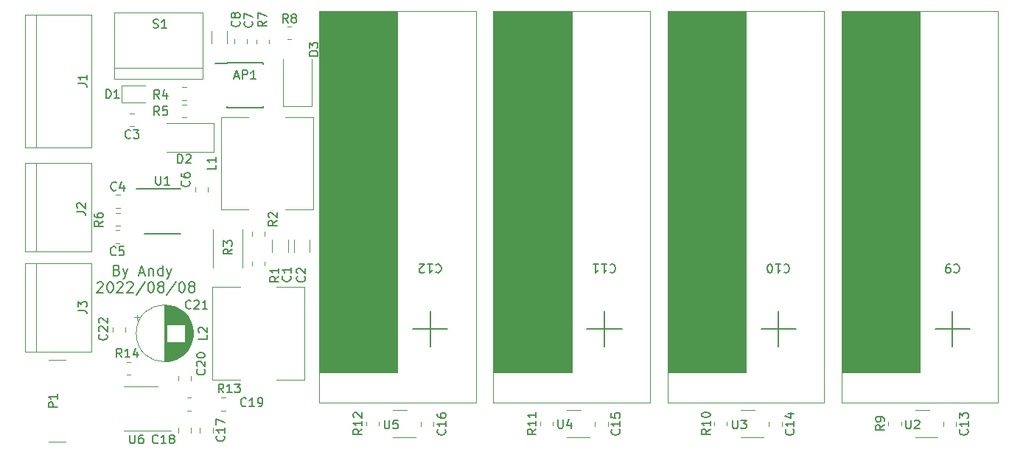
<source format=gbr>
%TF.GenerationSoftware,KiCad,Pcbnew,(6.0.7)*%
%TF.CreationDate,2022-08-08T03:52:41+08:00*%
%TF.ProjectId,Solar Charger,536f6c61-7220-4436-9861-726765722e6b,rev?*%
%TF.SameCoordinates,Original*%
%TF.FileFunction,Legend,Top*%
%TF.FilePolarity,Positive*%
%FSLAX46Y46*%
G04 Gerber Fmt 4.6, Leading zero omitted, Abs format (unit mm)*
G04 Created by KiCad (PCBNEW (6.0.7)) date 2022-08-08 03:52:41*
%MOMM*%
%LPD*%
G01*
G04 APERTURE LIST*
%ADD10C,0.150000*%
%ADD11C,0.120000*%
%ADD12C,0.200000*%
G04 APERTURE END LIST*
D10*
X84757142Y-86248285D02*
X84928571Y-86305428D01*
X84985714Y-86362571D01*
X85042857Y-86476857D01*
X85042857Y-86648285D01*
X84985714Y-86762571D01*
X84928571Y-86819714D01*
X84814285Y-86876857D01*
X84357142Y-86876857D01*
X84357142Y-85676857D01*
X84757142Y-85676857D01*
X84871428Y-85734000D01*
X84928571Y-85791142D01*
X84985714Y-85905428D01*
X84985714Y-86019714D01*
X84928571Y-86134000D01*
X84871428Y-86191142D01*
X84757142Y-86248285D01*
X84357142Y-86248285D01*
X85442857Y-86076857D02*
X85728571Y-86876857D01*
X86014285Y-86076857D02*
X85728571Y-86876857D01*
X85614285Y-87162571D01*
X85557142Y-87219714D01*
X85442857Y-87276857D01*
X87328571Y-86534000D02*
X87900000Y-86534000D01*
X87214285Y-86876857D02*
X87614285Y-85676857D01*
X88014285Y-86876857D01*
X88414285Y-86076857D02*
X88414285Y-86876857D01*
X88414285Y-86191142D02*
X88471428Y-86134000D01*
X88585714Y-86076857D01*
X88757142Y-86076857D01*
X88871428Y-86134000D01*
X88928571Y-86248285D01*
X88928571Y-86876857D01*
X90014285Y-86876857D02*
X90014285Y-85676857D01*
X90014285Y-86819714D02*
X89900000Y-86876857D01*
X89671428Y-86876857D01*
X89557142Y-86819714D01*
X89500000Y-86762571D01*
X89442857Y-86648285D01*
X89442857Y-86305428D01*
X89500000Y-86191142D01*
X89557142Y-86134000D01*
X89671428Y-86076857D01*
X89900000Y-86076857D01*
X90014285Y-86134000D01*
X90471428Y-86076857D02*
X90757142Y-86876857D01*
X91042857Y-86076857D02*
X90757142Y-86876857D01*
X90642857Y-87162571D01*
X90585714Y-87219714D01*
X90471428Y-87276857D01*
X82500000Y-87723142D02*
X82557142Y-87666000D01*
X82671428Y-87608857D01*
X82957142Y-87608857D01*
X83071428Y-87666000D01*
X83128571Y-87723142D01*
X83185714Y-87837428D01*
X83185714Y-87951714D01*
X83128571Y-88123142D01*
X82442857Y-88808857D01*
X83185714Y-88808857D01*
X83928571Y-87608857D02*
X84042857Y-87608857D01*
X84157142Y-87666000D01*
X84214285Y-87723142D01*
X84271428Y-87837428D01*
X84328571Y-88066000D01*
X84328571Y-88351714D01*
X84271428Y-88580285D01*
X84214285Y-88694571D01*
X84157142Y-88751714D01*
X84042857Y-88808857D01*
X83928571Y-88808857D01*
X83814285Y-88751714D01*
X83757142Y-88694571D01*
X83700000Y-88580285D01*
X83642857Y-88351714D01*
X83642857Y-88066000D01*
X83700000Y-87837428D01*
X83757142Y-87723142D01*
X83814285Y-87666000D01*
X83928571Y-87608857D01*
X84785714Y-87723142D02*
X84842857Y-87666000D01*
X84957142Y-87608857D01*
X85242857Y-87608857D01*
X85357142Y-87666000D01*
X85414285Y-87723142D01*
X85471428Y-87837428D01*
X85471428Y-87951714D01*
X85414285Y-88123142D01*
X84728571Y-88808857D01*
X85471428Y-88808857D01*
X85928571Y-87723142D02*
X85985714Y-87666000D01*
X86100000Y-87608857D01*
X86385714Y-87608857D01*
X86500000Y-87666000D01*
X86557142Y-87723142D01*
X86614285Y-87837428D01*
X86614285Y-87951714D01*
X86557142Y-88123142D01*
X85871428Y-88808857D01*
X86614285Y-88808857D01*
X87985714Y-87551714D02*
X86957142Y-89094571D01*
X88614285Y-87608857D02*
X88728571Y-87608857D01*
X88842857Y-87666000D01*
X88900000Y-87723142D01*
X88957142Y-87837428D01*
X89014285Y-88066000D01*
X89014285Y-88351714D01*
X88957142Y-88580285D01*
X88900000Y-88694571D01*
X88842857Y-88751714D01*
X88728571Y-88808857D01*
X88614285Y-88808857D01*
X88500000Y-88751714D01*
X88442857Y-88694571D01*
X88385714Y-88580285D01*
X88328571Y-88351714D01*
X88328571Y-88066000D01*
X88385714Y-87837428D01*
X88442857Y-87723142D01*
X88500000Y-87666000D01*
X88614285Y-87608857D01*
X89700000Y-88123142D02*
X89585714Y-88066000D01*
X89528571Y-88008857D01*
X89471428Y-87894571D01*
X89471428Y-87837428D01*
X89528571Y-87723142D01*
X89585714Y-87666000D01*
X89700000Y-87608857D01*
X89928571Y-87608857D01*
X90042857Y-87666000D01*
X90100000Y-87723142D01*
X90157142Y-87837428D01*
X90157142Y-87894571D01*
X90100000Y-88008857D01*
X90042857Y-88066000D01*
X89928571Y-88123142D01*
X89700000Y-88123142D01*
X89585714Y-88180285D01*
X89528571Y-88237428D01*
X89471428Y-88351714D01*
X89471428Y-88580285D01*
X89528571Y-88694571D01*
X89585714Y-88751714D01*
X89700000Y-88808857D01*
X89928571Y-88808857D01*
X90042857Y-88751714D01*
X90100000Y-88694571D01*
X90157142Y-88580285D01*
X90157142Y-88351714D01*
X90100000Y-88237428D01*
X90042857Y-88180285D01*
X89928571Y-88123142D01*
X91528571Y-87551714D02*
X90500000Y-89094571D01*
X92157142Y-87608857D02*
X92271428Y-87608857D01*
X92385714Y-87666000D01*
X92442857Y-87723142D01*
X92500000Y-87837428D01*
X92557142Y-88066000D01*
X92557142Y-88351714D01*
X92500000Y-88580285D01*
X92442857Y-88694571D01*
X92385714Y-88751714D01*
X92271428Y-88808857D01*
X92157142Y-88808857D01*
X92042857Y-88751714D01*
X91985714Y-88694571D01*
X91928571Y-88580285D01*
X91871428Y-88351714D01*
X91871428Y-88066000D01*
X91928571Y-87837428D01*
X91985714Y-87723142D01*
X92042857Y-87666000D01*
X92157142Y-87608857D01*
X93242857Y-88123142D02*
X93128571Y-88066000D01*
X93071428Y-88008857D01*
X93014285Y-87894571D01*
X93014285Y-87837428D01*
X93071428Y-87723142D01*
X93128571Y-87666000D01*
X93242857Y-87608857D01*
X93471428Y-87608857D01*
X93585714Y-87666000D01*
X93642857Y-87723142D01*
X93700000Y-87837428D01*
X93700000Y-87894571D01*
X93642857Y-88008857D01*
X93585714Y-88066000D01*
X93471428Y-88123142D01*
X93242857Y-88123142D01*
X93128571Y-88180285D01*
X93071428Y-88237428D01*
X93014285Y-88351714D01*
X93014285Y-88580285D01*
X93071428Y-88694571D01*
X93128571Y-88751714D01*
X93242857Y-88808857D01*
X93471428Y-88808857D01*
X93585714Y-88751714D01*
X93642857Y-88694571D01*
X93700000Y-88580285D01*
X93700000Y-88351714D01*
X93642857Y-88237428D01*
X93585714Y-88180285D01*
X93471428Y-88123142D01*
%TO.C,R13*%
X97007142Y-100302380D02*
X96673809Y-99826190D01*
X96435714Y-100302380D02*
X96435714Y-99302380D01*
X96816666Y-99302380D01*
X96911904Y-99350000D01*
X96959523Y-99397619D01*
X97007142Y-99492857D01*
X97007142Y-99635714D01*
X96959523Y-99730952D01*
X96911904Y-99778571D01*
X96816666Y-99826190D01*
X96435714Y-99826190D01*
X97959523Y-100302380D02*
X97388095Y-100302380D01*
X97673809Y-100302380D02*
X97673809Y-99302380D01*
X97578571Y-99445238D01*
X97483333Y-99540476D01*
X97388095Y-99588095D01*
X98292857Y-99302380D02*
X98911904Y-99302380D01*
X98578571Y-99683333D01*
X98721428Y-99683333D01*
X98816666Y-99730952D01*
X98864285Y-99778571D01*
X98911904Y-99873809D01*
X98911904Y-100111904D01*
X98864285Y-100207142D01*
X98816666Y-100254761D01*
X98721428Y-100302380D01*
X98435714Y-100302380D01*
X98340476Y-100254761D01*
X98292857Y-100207142D01*
%TO.C,C14*%
X162449642Y-104542857D02*
X162497261Y-104590476D01*
X162544880Y-104733333D01*
X162544880Y-104828571D01*
X162497261Y-104971428D01*
X162402023Y-105066666D01*
X162306785Y-105114285D01*
X162116309Y-105161904D01*
X161973452Y-105161904D01*
X161782976Y-105114285D01*
X161687738Y-105066666D01*
X161592500Y-104971428D01*
X161544880Y-104828571D01*
X161544880Y-104733333D01*
X161592500Y-104590476D01*
X161640119Y-104542857D01*
X162544880Y-103590476D02*
X162544880Y-104161904D01*
X162544880Y-103876190D02*
X161544880Y-103876190D01*
X161687738Y-103971428D01*
X161782976Y-104066666D01*
X161830595Y-104161904D01*
X161878214Y-102733333D02*
X162544880Y-102733333D01*
X161497261Y-102971428D02*
X162211547Y-103209523D01*
X162211547Y-102590476D01*
%TO.C,C15*%
X142449642Y-104542857D02*
X142497261Y-104590476D01*
X142544880Y-104733333D01*
X142544880Y-104828571D01*
X142497261Y-104971428D01*
X142402023Y-105066666D01*
X142306785Y-105114285D01*
X142116309Y-105161904D01*
X141973452Y-105161904D01*
X141782976Y-105114285D01*
X141687738Y-105066666D01*
X141592500Y-104971428D01*
X141544880Y-104828571D01*
X141544880Y-104733333D01*
X141592500Y-104590476D01*
X141640119Y-104542857D01*
X142544880Y-103590476D02*
X142544880Y-104161904D01*
X142544880Y-103876190D02*
X141544880Y-103876190D01*
X141687738Y-103971428D01*
X141782976Y-104066666D01*
X141830595Y-104161904D01*
X141544880Y-102685714D02*
X141544880Y-103161904D01*
X142021071Y-103209523D01*
X141973452Y-103161904D01*
X141925833Y-103066666D01*
X141925833Y-102828571D01*
X141973452Y-102733333D01*
X142021071Y-102685714D01*
X142116309Y-102638095D01*
X142354404Y-102638095D01*
X142449642Y-102685714D01*
X142497261Y-102733333D01*
X142544880Y-102828571D01*
X142544880Y-103066666D01*
X142497261Y-103161904D01*
X142449642Y-103209523D01*
%TO.C,U6*%
X86238095Y-105152380D02*
X86238095Y-105961904D01*
X86285714Y-106057142D01*
X86333333Y-106104761D01*
X86428571Y-106152380D01*
X86619047Y-106152380D01*
X86714285Y-106104761D01*
X86761904Y-106057142D01*
X86809523Y-105961904D01*
X86809523Y-105152380D01*
X87714285Y-105152380D02*
X87523809Y-105152380D01*
X87428571Y-105200000D01*
X87380952Y-105247619D01*
X87285714Y-105390476D01*
X87238095Y-105580952D01*
X87238095Y-105961904D01*
X87285714Y-106057142D01*
X87333333Y-106104761D01*
X87428571Y-106152380D01*
X87619047Y-106152380D01*
X87714285Y-106104761D01*
X87761904Y-106057142D01*
X87809523Y-105961904D01*
X87809523Y-105723809D01*
X87761904Y-105628571D01*
X87714285Y-105580952D01*
X87619047Y-105533333D01*
X87428571Y-105533333D01*
X87333333Y-105580952D01*
X87285714Y-105628571D01*
X87238095Y-105723809D01*
%TO.C,R2*%
X103152380Y-80566666D02*
X102676190Y-80900000D01*
X103152380Y-81138095D02*
X102152380Y-81138095D01*
X102152380Y-80757142D01*
X102200000Y-80661904D01*
X102247619Y-80614285D01*
X102342857Y-80566666D01*
X102485714Y-80566666D01*
X102580952Y-80614285D01*
X102628571Y-80661904D01*
X102676190Y-80757142D01*
X102676190Y-81138095D01*
X102247619Y-80185714D02*
X102200000Y-80138095D01*
X102152380Y-80042857D01*
X102152380Y-79804761D01*
X102200000Y-79709523D01*
X102247619Y-79661904D01*
X102342857Y-79614285D01*
X102438095Y-79614285D01*
X102580952Y-79661904D01*
X103152380Y-80233333D01*
X103152380Y-79614285D01*
%TO.C,C10*%
X161392857Y-85642857D02*
X161440476Y-85595238D01*
X161583333Y-85547619D01*
X161678571Y-85547619D01*
X161821428Y-85595238D01*
X161916666Y-85690476D01*
X161964285Y-85785714D01*
X162011904Y-85976190D01*
X162011904Y-86119047D01*
X161964285Y-86309523D01*
X161916666Y-86404761D01*
X161821428Y-86500000D01*
X161678571Y-86547619D01*
X161583333Y-86547619D01*
X161440476Y-86500000D01*
X161392857Y-86452380D01*
X160440476Y-85547619D02*
X161011904Y-85547619D01*
X160726190Y-85547619D02*
X160726190Y-86547619D01*
X160821428Y-86404761D01*
X160916666Y-86309523D01*
X161011904Y-86261904D01*
X159821428Y-86547619D02*
X159726190Y-86547619D01*
X159630952Y-86500000D01*
X159583333Y-86452380D01*
X159535714Y-86357142D01*
X159488095Y-86166666D01*
X159488095Y-85928571D01*
X159535714Y-85738095D01*
X159583333Y-85642857D01*
X159630952Y-85595238D01*
X159726190Y-85547619D01*
X159821428Y-85547619D01*
X159916666Y-85595238D01*
X159964285Y-85642857D01*
X160011904Y-85738095D01*
X160059523Y-85928571D01*
X160059523Y-86166666D01*
X160011904Y-86357142D01*
X159964285Y-86452380D01*
X159916666Y-86500000D01*
X159821428Y-86547619D01*
%TO.C,J2*%
X80152380Y-79533333D02*
X80866666Y-79533333D01*
X81009523Y-79580952D01*
X81104761Y-79676190D01*
X81152380Y-79819047D01*
X81152380Y-79914285D01*
X80247619Y-79104761D02*
X80200000Y-79057142D01*
X80152380Y-78961904D01*
X80152380Y-78723809D01*
X80200000Y-78628571D01*
X80247619Y-78580952D01*
X80342857Y-78533333D01*
X80438095Y-78533333D01*
X80580952Y-78580952D01*
X81152380Y-79152380D01*
X81152380Y-78533333D01*
%TO.C,C11*%
X141392857Y-85642857D02*
X141440476Y-85595238D01*
X141583333Y-85547619D01*
X141678571Y-85547619D01*
X141821428Y-85595238D01*
X141916666Y-85690476D01*
X141964285Y-85785714D01*
X142011904Y-85976190D01*
X142011904Y-86119047D01*
X141964285Y-86309523D01*
X141916666Y-86404761D01*
X141821428Y-86500000D01*
X141678571Y-86547619D01*
X141583333Y-86547619D01*
X141440476Y-86500000D01*
X141392857Y-86452380D01*
X140440476Y-85547619D02*
X141011904Y-85547619D01*
X140726190Y-85547619D02*
X140726190Y-86547619D01*
X140821428Y-86404761D01*
X140916666Y-86309523D01*
X141011904Y-86261904D01*
X139488095Y-85547619D02*
X140059523Y-85547619D01*
X139773809Y-85547619D02*
X139773809Y-86547619D01*
X139869047Y-86404761D01*
X139964285Y-86309523D01*
X140059523Y-86261904D01*
%TO.C,R3*%
X98002380Y-83816666D02*
X97526190Y-84150000D01*
X98002380Y-84388095D02*
X97002380Y-84388095D01*
X97002380Y-84007142D01*
X97050000Y-83911904D01*
X97097619Y-83864285D01*
X97192857Y-83816666D01*
X97335714Y-83816666D01*
X97430952Y-83864285D01*
X97478571Y-83911904D01*
X97526190Y-84007142D01*
X97526190Y-84388095D01*
X97002380Y-83483333D02*
X97002380Y-82864285D01*
X97383333Y-83197619D01*
X97383333Y-83054761D01*
X97430952Y-82959523D01*
X97478571Y-82911904D01*
X97573809Y-82864285D01*
X97811904Y-82864285D01*
X97907142Y-82911904D01*
X97954761Y-82959523D01*
X98002380Y-83054761D01*
X98002380Y-83340476D01*
X97954761Y-83435714D01*
X97907142Y-83483333D01*
%TO.C,U2*%
X175388095Y-103452380D02*
X175388095Y-104261904D01*
X175435714Y-104357142D01*
X175483333Y-104404761D01*
X175578571Y-104452380D01*
X175769047Y-104452380D01*
X175864285Y-104404761D01*
X175911904Y-104357142D01*
X175959523Y-104261904D01*
X175959523Y-103452380D01*
X176388095Y-103547619D02*
X176435714Y-103500000D01*
X176530952Y-103452380D01*
X176769047Y-103452380D01*
X176864285Y-103500000D01*
X176911904Y-103547619D01*
X176959523Y-103642857D01*
X176959523Y-103738095D01*
X176911904Y-103880952D01*
X176340476Y-104452380D01*
X176959523Y-104452380D01*
%TO.C,U3*%
X155488095Y-103452380D02*
X155488095Y-104261904D01*
X155535714Y-104357142D01*
X155583333Y-104404761D01*
X155678571Y-104452380D01*
X155869047Y-104452380D01*
X155964285Y-104404761D01*
X156011904Y-104357142D01*
X156059523Y-104261904D01*
X156059523Y-103452380D01*
X156440476Y-103452380D02*
X157059523Y-103452380D01*
X156726190Y-103833333D01*
X156869047Y-103833333D01*
X156964285Y-103880952D01*
X157011904Y-103928571D01*
X157059523Y-104023809D01*
X157059523Y-104261904D01*
X157011904Y-104357142D01*
X156964285Y-104404761D01*
X156869047Y-104452380D01*
X156583333Y-104452380D01*
X156488095Y-104404761D01*
X156440476Y-104357142D01*
%TO.C,C19*%
X99607142Y-101807142D02*
X99559523Y-101854761D01*
X99416666Y-101902380D01*
X99321428Y-101902380D01*
X99178571Y-101854761D01*
X99083333Y-101759523D01*
X99035714Y-101664285D01*
X98988095Y-101473809D01*
X98988095Y-101330952D01*
X99035714Y-101140476D01*
X99083333Y-101045238D01*
X99178571Y-100950000D01*
X99321428Y-100902380D01*
X99416666Y-100902380D01*
X99559523Y-100950000D01*
X99607142Y-100997619D01*
X100559523Y-101902380D02*
X99988095Y-101902380D01*
X100273809Y-101902380D02*
X100273809Y-100902380D01*
X100178571Y-101045238D01*
X100083333Y-101140476D01*
X99988095Y-101188095D01*
X101035714Y-101902380D02*
X101226190Y-101902380D01*
X101321428Y-101854761D01*
X101369047Y-101807142D01*
X101464285Y-101664285D01*
X101511904Y-101473809D01*
X101511904Y-101092857D01*
X101464285Y-100997619D01*
X101416666Y-100950000D01*
X101321428Y-100902380D01*
X101130952Y-100902380D01*
X101035714Y-100950000D01*
X100988095Y-100997619D01*
X100940476Y-101092857D01*
X100940476Y-101330952D01*
X100988095Y-101426190D01*
X101035714Y-101473809D01*
X101130952Y-101521428D01*
X101321428Y-101521428D01*
X101416666Y-101473809D01*
X101464285Y-101426190D01*
X101511904Y-101330952D01*
%TO.C,R6*%
X83152380Y-80616666D02*
X82676190Y-80950000D01*
X83152380Y-81188095D02*
X82152380Y-81188095D01*
X82152380Y-80807142D01*
X82200000Y-80711904D01*
X82247619Y-80664285D01*
X82342857Y-80616666D01*
X82485714Y-80616666D01*
X82580952Y-80664285D01*
X82628571Y-80711904D01*
X82676190Y-80807142D01*
X82676190Y-81188095D01*
X82152380Y-79759523D02*
X82152380Y-79950000D01*
X82200000Y-80045238D01*
X82247619Y-80092857D01*
X82390476Y-80188095D01*
X82580952Y-80235714D01*
X82961904Y-80235714D01*
X83057142Y-80188095D01*
X83104761Y-80140476D01*
X83152380Y-80045238D01*
X83152380Y-79854761D01*
X83104761Y-79759523D01*
X83057142Y-79711904D01*
X82961904Y-79664285D01*
X82723809Y-79664285D01*
X82628571Y-79711904D01*
X82580952Y-79759523D01*
X82533333Y-79854761D01*
X82533333Y-80045238D01*
X82580952Y-80140476D01*
X82628571Y-80188095D01*
X82723809Y-80235714D01*
%TO.C,R10*%
X152914880Y-104492857D02*
X152438690Y-104826190D01*
X152914880Y-105064285D02*
X151914880Y-105064285D01*
X151914880Y-104683333D01*
X151962500Y-104588095D01*
X152010119Y-104540476D01*
X152105357Y-104492857D01*
X152248214Y-104492857D01*
X152343452Y-104540476D01*
X152391071Y-104588095D01*
X152438690Y-104683333D01*
X152438690Y-105064285D01*
X152914880Y-103540476D02*
X152914880Y-104111904D01*
X152914880Y-103826190D02*
X151914880Y-103826190D01*
X152057738Y-103921428D01*
X152152976Y-104016666D01*
X152200595Y-104111904D01*
X151914880Y-102921428D02*
X151914880Y-102826190D01*
X151962500Y-102730952D01*
X152010119Y-102683333D01*
X152105357Y-102635714D01*
X152295833Y-102588095D01*
X152533928Y-102588095D01*
X152724404Y-102635714D01*
X152819642Y-102683333D01*
X152867261Y-102730952D01*
X152914880Y-102826190D01*
X152914880Y-102921428D01*
X152867261Y-103016666D01*
X152819642Y-103064285D01*
X152724404Y-103111904D01*
X152533928Y-103159523D01*
X152295833Y-103159523D01*
X152105357Y-103111904D01*
X152010119Y-103064285D01*
X151962500Y-103016666D01*
X151914880Y-102921428D01*
%TO.C,D2*%
X91761904Y-73952380D02*
X91761904Y-72952380D01*
X92000000Y-72952380D01*
X92142857Y-73000000D01*
X92238095Y-73095238D01*
X92285714Y-73190476D01*
X92333333Y-73380952D01*
X92333333Y-73523809D01*
X92285714Y-73714285D01*
X92238095Y-73809523D01*
X92142857Y-73904761D01*
X92000000Y-73952380D01*
X91761904Y-73952380D01*
X92714285Y-73047619D02*
X92761904Y-73000000D01*
X92857142Y-72952380D01*
X93095238Y-72952380D01*
X93190476Y-73000000D01*
X93238095Y-73047619D01*
X93285714Y-73142857D01*
X93285714Y-73238095D01*
X93238095Y-73380952D01*
X92666666Y-73952380D01*
X93285714Y-73952380D01*
%TO.C,L1*%
X96102380Y-74166666D02*
X96102380Y-74642857D01*
X95102380Y-74642857D01*
X96102380Y-73309523D02*
X96102380Y-73880952D01*
X96102380Y-73595238D02*
X95102380Y-73595238D01*
X95245238Y-73690476D01*
X95340476Y-73785714D01*
X95388095Y-73880952D01*
%TO.C,R12*%
X112914880Y-104492857D02*
X112438690Y-104826190D01*
X112914880Y-105064285D02*
X111914880Y-105064285D01*
X111914880Y-104683333D01*
X111962500Y-104588095D01*
X112010119Y-104540476D01*
X112105357Y-104492857D01*
X112248214Y-104492857D01*
X112343452Y-104540476D01*
X112391071Y-104588095D01*
X112438690Y-104683333D01*
X112438690Y-105064285D01*
X112914880Y-103540476D02*
X112914880Y-104111904D01*
X112914880Y-103826190D02*
X111914880Y-103826190D01*
X112057738Y-103921428D01*
X112152976Y-104016666D01*
X112200595Y-104111904D01*
X112010119Y-103159523D02*
X111962500Y-103111904D01*
X111914880Y-103016666D01*
X111914880Y-102778571D01*
X111962500Y-102683333D01*
X112010119Y-102635714D01*
X112105357Y-102588095D01*
X112200595Y-102588095D01*
X112343452Y-102635714D01*
X112914880Y-103207142D01*
X112914880Y-102588095D01*
%TO.C,C8*%
X98807142Y-57666666D02*
X98854761Y-57714285D01*
X98902380Y-57857142D01*
X98902380Y-57952380D01*
X98854761Y-58095238D01*
X98759523Y-58190476D01*
X98664285Y-58238095D01*
X98473809Y-58285714D01*
X98330952Y-58285714D01*
X98140476Y-58238095D01*
X98045238Y-58190476D01*
X97950000Y-58095238D01*
X97902380Y-57952380D01*
X97902380Y-57857142D01*
X97950000Y-57714285D01*
X97997619Y-57666666D01*
X98330952Y-57095238D02*
X98283333Y-57190476D01*
X98235714Y-57238095D01*
X98140476Y-57285714D01*
X98092857Y-57285714D01*
X97997619Y-57238095D01*
X97950000Y-57190476D01*
X97902380Y-57095238D01*
X97902380Y-56904761D01*
X97950000Y-56809523D01*
X97997619Y-56761904D01*
X98092857Y-56714285D01*
X98140476Y-56714285D01*
X98235714Y-56761904D01*
X98283333Y-56809523D01*
X98330952Y-56904761D01*
X98330952Y-57095238D01*
X98378571Y-57190476D01*
X98426190Y-57238095D01*
X98521428Y-57285714D01*
X98711904Y-57285714D01*
X98807142Y-57238095D01*
X98854761Y-57190476D01*
X98902380Y-57095238D01*
X98902380Y-56904761D01*
X98854761Y-56809523D01*
X98807142Y-56761904D01*
X98711904Y-56714285D01*
X98521428Y-56714285D01*
X98426190Y-56761904D01*
X98378571Y-56809523D01*
X98330952Y-56904761D01*
%TO.C,S1*%
X88938095Y-58404761D02*
X89080952Y-58452380D01*
X89319047Y-58452380D01*
X89414285Y-58404761D01*
X89461904Y-58357142D01*
X89509523Y-58261904D01*
X89509523Y-58166666D01*
X89461904Y-58071428D01*
X89414285Y-58023809D01*
X89319047Y-57976190D01*
X89128571Y-57928571D01*
X89033333Y-57880952D01*
X88985714Y-57833333D01*
X88938095Y-57738095D01*
X88938095Y-57642857D01*
X88985714Y-57547619D01*
X89033333Y-57500000D01*
X89128571Y-57452380D01*
X89366666Y-57452380D01*
X89509523Y-57500000D01*
X90461904Y-58452380D02*
X89890476Y-58452380D01*
X90176190Y-58452380D02*
X90176190Y-57452380D01*
X90080952Y-57595238D01*
X89985714Y-57690476D01*
X89890476Y-57738095D01*
%TO.C,C9*%
X180916666Y-85642857D02*
X180964285Y-85595238D01*
X181107142Y-85547619D01*
X181202380Y-85547619D01*
X181345238Y-85595238D01*
X181440476Y-85690476D01*
X181488095Y-85785714D01*
X181535714Y-85976190D01*
X181535714Y-86119047D01*
X181488095Y-86309523D01*
X181440476Y-86404761D01*
X181345238Y-86500000D01*
X181202380Y-86547619D01*
X181107142Y-86547619D01*
X180964285Y-86500000D01*
X180916666Y-86452380D01*
X180440476Y-85547619D02*
X180250000Y-85547619D01*
X180154761Y-85595238D01*
X180107142Y-85642857D01*
X180011904Y-85785714D01*
X179964285Y-85976190D01*
X179964285Y-86357142D01*
X180011904Y-86452380D01*
X180059523Y-86500000D01*
X180154761Y-86547619D01*
X180345238Y-86547619D01*
X180440476Y-86500000D01*
X180488095Y-86452380D01*
X180535714Y-86357142D01*
X180535714Y-86119047D01*
X180488095Y-86023809D01*
X180440476Y-85976190D01*
X180345238Y-85928571D01*
X180154761Y-85928571D01*
X180059523Y-85976190D01*
X180011904Y-86023809D01*
X179964285Y-86119047D01*
%TO.C,C5*%
X84633333Y-84457142D02*
X84585714Y-84504761D01*
X84442857Y-84552380D01*
X84347619Y-84552380D01*
X84204761Y-84504761D01*
X84109523Y-84409523D01*
X84061904Y-84314285D01*
X84014285Y-84123809D01*
X84014285Y-83980952D01*
X84061904Y-83790476D01*
X84109523Y-83695238D01*
X84204761Y-83600000D01*
X84347619Y-83552380D01*
X84442857Y-83552380D01*
X84585714Y-83600000D01*
X84633333Y-83647619D01*
X85538095Y-83552380D02*
X85061904Y-83552380D01*
X85014285Y-84028571D01*
X85061904Y-83980952D01*
X85157142Y-83933333D01*
X85395238Y-83933333D01*
X85490476Y-83980952D01*
X85538095Y-84028571D01*
X85585714Y-84123809D01*
X85585714Y-84361904D01*
X85538095Y-84457142D01*
X85490476Y-84504761D01*
X85395238Y-84552380D01*
X85157142Y-84552380D01*
X85061904Y-84504761D01*
X85014285Y-84457142D01*
%TO.C,C7*%
X100257142Y-57716666D02*
X100304761Y-57764285D01*
X100352380Y-57907142D01*
X100352380Y-58002380D01*
X100304761Y-58145238D01*
X100209523Y-58240476D01*
X100114285Y-58288095D01*
X99923809Y-58335714D01*
X99780952Y-58335714D01*
X99590476Y-58288095D01*
X99495238Y-58240476D01*
X99400000Y-58145238D01*
X99352380Y-58002380D01*
X99352380Y-57907142D01*
X99400000Y-57764285D01*
X99447619Y-57716666D01*
X99352380Y-57383333D02*
X99352380Y-56716666D01*
X100352380Y-57145238D01*
%TO.C,L2*%
X95102380Y-93666666D02*
X95102380Y-94142857D01*
X94102380Y-94142857D01*
X94197619Y-93380952D02*
X94150000Y-93333333D01*
X94102380Y-93238095D01*
X94102380Y-93000000D01*
X94150000Y-92904761D01*
X94197619Y-92857142D01*
X94292857Y-92809523D01*
X94388095Y-92809523D01*
X94530952Y-92857142D01*
X95102380Y-93428571D01*
X95102380Y-92809523D01*
%TO.C,C18*%
X89457142Y-106057142D02*
X89409523Y-106104761D01*
X89266666Y-106152380D01*
X89171428Y-106152380D01*
X89028571Y-106104761D01*
X88933333Y-106009523D01*
X88885714Y-105914285D01*
X88838095Y-105723809D01*
X88838095Y-105580952D01*
X88885714Y-105390476D01*
X88933333Y-105295238D01*
X89028571Y-105200000D01*
X89171428Y-105152380D01*
X89266666Y-105152380D01*
X89409523Y-105200000D01*
X89457142Y-105247619D01*
X90409523Y-106152380D02*
X89838095Y-106152380D01*
X90123809Y-106152380D02*
X90123809Y-105152380D01*
X90028571Y-105295238D01*
X89933333Y-105390476D01*
X89838095Y-105438095D01*
X90980952Y-105580952D02*
X90885714Y-105533333D01*
X90838095Y-105485714D01*
X90790476Y-105390476D01*
X90790476Y-105342857D01*
X90838095Y-105247619D01*
X90885714Y-105200000D01*
X90980952Y-105152380D01*
X91171428Y-105152380D01*
X91266666Y-105200000D01*
X91314285Y-105247619D01*
X91361904Y-105342857D01*
X91361904Y-105390476D01*
X91314285Y-105485714D01*
X91266666Y-105533333D01*
X91171428Y-105580952D01*
X90980952Y-105580952D01*
X90885714Y-105628571D01*
X90838095Y-105676190D01*
X90790476Y-105771428D01*
X90790476Y-105961904D01*
X90838095Y-106057142D01*
X90885714Y-106104761D01*
X90980952Y-106152380D01*
X91171428Y-106152380D01*
X91266666Y-106104761D01*
X91314285Y-106057142D01*
X91361904Y-105961904D01*
X91361904Y-105771428D01*
X91314285Y-105676190D01*
X91266666Y-105628571D01*
X91171428Y-105580952D01*
%TO.C,C1*%
X104657142Y-86916666D02*
X104704761Y-86964285D01*
X104752380Y-87107142D01*
X104752380Y-87202380D01*
X104704761Y-87345238D01*
X104609523Y-87440476D01*
X104514285Y-87488095D01*
X104323809Y-87535714D01*
X104180952Y-87535714D01*
X103990476Y-87488095D01*
X103895238Y-87440476D01*
X103800000Y-87345238D01*
X103752380Y-87202380D01*
X103752380Y-87107142D01*
X103800000Y-86964285D01*
X103847619Y-86916666D01*
X104752380Y-85964285D02*
X104752380Y-86535714D01*
X104752380Y-86250000D02*
X103752380Y-86250000D01*
X103895238Y-86345238D01*
X103990476Y-86440476D01*
X104038095Y-86535714D01*
%TO.C,U4*%
X135438095Y-103402380D02*
X135438095Y-104211904D01*
X135485714Y-104307142D01*
X135533333Y-104354761D01*
X135628571Y-104402380D01*
X135819047Y-104402380D01*
X135914285Y-104354761D01*
X135961904Y-104307142D01*
X136009523Y-104211904D01*
X136009523Y-103402380D01*
X136914285Y-103735714D02*
X136914285Y-104402380D01*
X136676190Y-103354761D02*
X136438095Y-104069047D01*
X137057142Y-104069047D01*
%TO.C,AP1*%
X98285714Y-64016666D02*
X98761904Y-64016666D01*
X98190476Y-64302380D02*
X98523809Y-63302380D01*
X98857142Y-64302380D01*
X99190476Y-64302380D02*
X99190476Y-63302380D01*
X99571428Y-63302380D01*
X99666666Y-63350000D01*
X99714285Y-63397619D01*
X99761904Y-63492857D01*
X99761904Y-63635714D01*
X99714285Y-63730952D01*
X99666666Y-63778571D01*
X99571428Y-63826190D01*
X99190476Y-63826190D01*
X100714285Y-64302380D02*
X100142857Y-64302380D01*
X100428571Y-64302380D02*
X100428571Y-63302380D01*
X100333333Y-63445238D01*
X100238095Y-63540476D01*
X100142857Y-63588095D01*
%TO.C,C21*%
X93257142Y-90607142D02*
X93209523Y-90654761D01*
X93066666Y-90702380D01*
X92971428Y-90702380D01*
X92828571Y-90654761D01*
X92733333Y-90559523D01*
X92685714Y-90464285D01*
X92638095Y-90273809D01*
X92638095Y-90130952D01*
X92685714Y-89940476D01*
X92733333Y-89845238D01*
X92828571Y-89750000D01*
X92971428Y-89702380D01*
X93066666Y-89702380D01*
X93209523Y-89750000D01*
X93257142Y-89797619D01*
X93638095Y-89797619D02*
X93685714Y-89750000D01*
X93780952Y-89702380D01*
X94019047Y-89702380D01*
X94114285Y-89750000D01*
X94161904Y-89797619D01*
X94209523Y-89892857D01*
X94209523Y-89988095D01*
X94161904Y-90130952D01*
X93590476Y-90702380D01*
X94209523Y-90702380D01*
X95161904Y-90702380D02*
X94590476Y-90702380D01*
X94876190Y-90702380D02*
X94876190Y-89702380D01*
X94780952Y-89845238D01*
X94685714Y-89940476D01*
X94590476Y-89988095D01*
%TO.C,C20*%
X94807142Y-97642857D02*
X94854761Y-97690476D01*
X94902380Y-97833333D01*
X94902380Y-97928571D01*
X94854761Y-98071428D01*
X94759523Y-98166666D01*
X94664285Y-98214285D01*
X94473809Y-98261904D01*
X94330952Y-98261904D01*
X94140476Y-98214285D01*
X94045238Y-98166666D01*
X93950000Y-98071428D01*
X93902380Y-97928571D01*
X93902380Y-97833333D01*
X93950000Y-97690476D01*
X93997619Y-97642857D01*
X93997619Y-97261904D02*
X93950000Y-97214285D01*
X93902380Y-97119047D01*
X93902380Y-96880952D01*
X93950000Y-96785714D01*
X93997619Y-96738095D01*
X94092857Y-96690476D01*
X94188095Y-96690476D01*
X94330952Y-96738095D01*
X94902380Y-97309523D01*
X94902380Y-96690476D01*
X93902380Y-96071428D02*
X93902380Y-95976190D01*
X93950000Y-95880952D01*
X93997619Y-95833333D01*
X94092857Y-95785714D01*
X94283333Y-95738095D01*
X94521428Y-95738095D01*
X94711904Y-95785714D01*
X94807142Y-95833333D01*
X94854761Y-95880952D01*
X94902380Y-95976190D01*
X94902380Y-96071428D01*
X94854761Y-96166666D01*
X94807142Y-96214285D01*
X94711904Y-96261904D01*
X94521428Y-96309523D01*
X94283333Y-96309523D01*
X94092857Y-96261904D01*
X93997619Y-96214285D01*
X93950000Y-96166666D01*
X93902380Y-96071428D01*
%TO.C,C16*%
X122449642Y-104542857D02*
X122497261Y-104590476D01*
X122544880Y-104733333D01*
X122544880Y-104828571D01*
X122497261Y-104971428D01*
X122402023Y-105066666D01*
X122306785Y-105114285D01*
X122116309Y-105161904D01*
X121973452Y-105161904D01*
X121782976Y-105114285D01*
X121687738Y-105066666D01*
X121592500Y-104971428D01*
X121544880Y-104828571D01*
X121544880Y-104733333D01*
X121592500Y-104590476D01*
X121640119Y-104542857D01*
X122544880Y-103590476D02*
X122544880Y-104161904D01*
X122544880Y-103876190D02*
X121544880Y-103876190D01*
X121687738Y-103971428D01*
X121782976Y-104066666D01*
X121830595Y-104161904D01*
X121544880Y-102733333D02*
X121544880Y-102923809D01*
X121592500Y-103019047D01*
X121640119Y-103066666D01*
X121782976Y-103161904D01*
X121973452Y-103209523D01*
X122354404Y-103209523D01*
X122449642Y-103161904D01*
X122497261Y-103114285D01*
X122544880Y-103019047D01*
X122544880Y-102828571D01*
X122497261Y-102733333D01*
X122449642Y-102685714D01*
X122354404Y-102638095D01*
X122116309Y-102638095D01*
X122021071Y-102685714D01*
X121973452Y-102733333D01*
X121925833Y-102828571D01*
X121925833Y-103019047D01*
X121973452Y-103114285D01*
X122021071Y-103161904D01*
X122116309Y-103209523D01*
%TO.C,R4*%
X89633333Y-66552380D02*
X89300000Y-66076190D01*
X89061904Y-66552380D02*
X89061904Y-65552380D01*
X89442857Y-65552380D01*
X89538095Y-65600000D01*
X89585714Y-65647619D01*
X89633333Y-65742857D01*
X89633333Y-65885714D01*
X89585714Y-65980952D01*
X89538095Y-66028571D01*
X89442857Y-66076190D01*
X89061904Y-66076190D01*
X90490476Y-65885714D02*
X90490476Y-66552380D01*
X90252380Y-65504761D02*
X90014285Y-66219047D01*
X90633333Y-66219047D01*
%TO.C,C2*%
X106307142Y-86966666D02*
X106354761Y-87014285D01*
X106402380Y-87157142D01*
X106402380Y-87252380D01*
X106354761Y-87395238D01*
X106259523Y-87490476D01*
X106164285Y-87538095D01*
X105973809Y-87585714D01*
X105830952Y-87585714D01*
X105640476Y-87538095D01*
X105545238Y-87490476D01*
X105450000Y-87395238D01*
X105402380Y-87252380D01*
X105402380Y-87157142D01*
X105450000Y-87014285D01*
X105497619Y-86966666D01*
X105497619Y-86585714D02*
X105450000Y-86538095D01*
X105402380Y-86442857D01*
X105402380Y-86204761D01*
X105450000Y-86109523D01*
X105497619Y-86061904D01*
X105592857Y-86014285D01*
X105688095Y-86014285D01*
X105830952Y-86061904D01*
X106402380Y-86633333D01*
X106402380Y-86014285D01*
%TO.C,P1*%
X77902380Y-101988095D02*
X76902380Y-101988095D01*
X76902380Y-101607142D01*
X76950000Y-101511904D01*
X76997619Y-101464285D01*
X77092857Y-101416666D01*
X77235714Y-101416666D01*
X77330952Y-101464285D01*
X77378571Y-101511904D01*
X77426190Y-101607142D01*
X77426190Y-101988095D01*
X77902380Y-100464285D02*
X77902380Y-101035714D01*
X77902380Y-100750000D02*
X76902380Y-100750000D01*
X77045238Y-100845238D01*
X77140476Y-100940476D01*
X77188095Y-101035714D01*
%TO.C,J3*%
X80302380Y-90873333D02*
X81016666Y-90873333D01*
X81159523Y-90920952D01*
X81254761Y-91016190D01*
X81302380Y-91159047D01*
X81302380Y-91254285D01*
X80302380Y-90492380D02*
X80302380Y-89873333D01*
X80683333Y-90206666D01*
X80683333Y-90063809D01*
X80730952Y-89968571D01*
X80778571Y-89920952D01*
X80873809Y-89873333D01*
X81111904Y-89873333D01*
X81207142Y-89920952D01*
X81254761Y-89968571D01*
X81302380Y-90063809D01*
X81302380Y-90349523D01*
X81254761Y-90444761D01*
X81207142Y-90492380D01*
%TO.C,C4*%
X84683333Y-77027142D02*
X84635714Y-77074761D01*
X84492857Y-77122380D01*
X84397619Y-77122380D01*
X84254761Y-77074761D01*
X84159523Y-76979523D01*
X84111904Y-76884285D01*
X84064285Y-76693809D01*
X84064285Y-76550952D01*
X84111904Y-76360476D01*
X84159523Y-76265238D01*
X84254761Y-76170000D01*
X84397619Y-76122380D01*
X84492857Y-76122380D01*
X84635714Y-76170000D01*
X84683333Y-76217619D01*
X85540476Y-76455714D02*
X85540476Y-77122380D01*
X85302380Y-76074761D02*
X85064285Y-76789047D01*
X85683333Y-76789047D01*
%TO.C,R5*%
X89633333Y-68452380D02*
X89300000Y-67976190D01*
X89061904Y-68452380D02*
X89061904Y-67452380D01*
X89442857Y-67452380D01*
X89538095Y-67500000D01*
X89585714Y-67547619D01*
X89633333Y-67642857D01*
X89633333Y-67785714D01*
X89585714Y-67880952D01*
X89538095Y-67928571D01*
X89442857Y-67976190D01*
X89061904Y-67976190D01*
X90538095Y-67452380D02*
X90061904Y-67452380D01*
X90014285Y-67928571D01*
X90061904Y-67880952D01*
X90157142Y-67833333D01*
X90395238Y-67833333D01*
X90490476Y-67880952D01*
X90538095Y-67928571D01*
X90585714Y-68023809D01*
X90585714Y-68261904D01*
X90538095Y-68357142D01*
X90490476Y-68404761D01*
X90395238Y-68452380D01*
X90157142Y-68452380D01*
X90061904Y-68404761D01*
X90014285Y-68357142D01*
%TO.C,U5*%
X115488095Y-103452380D02*
X115488095Y-104261904D01*
X115535714Y-104357142D01*
X115583333Y-104404761D01*
X115678571Y-104452380D01*
X115869047Y-104452380D01*
X115964285Y-104404761D01*
X116011904Y-104357142D01*
X116059523Y-104261904D01*
X116059523Y-103452380D01*
X117011904Y-103452380D02*
X116535714Y-103452380D01*
X116488095Y-103928571D01*
X116535714Y-103880952D01*
X116630952Y-103833333D01*
X116869047Y-103833333D01*
X116964285Y-103880952D01*
X117011904Y-103928571D01*
X117059523Y-104023809D01*
X117059523Y-104261904D01*
X117011904Y-104357142D01*
X116964285Y-104404761D01*
X116869047Y-104452380D01*
X116630952Y-104452380D01*
X116535714Y-104404761D01*
X116488095Y-104357142D01*
%TO.C,R11*%
X132914880Y-104492857D02*
X132438690Y-104826190D01*
X132914880Y-105064285D02*
X131914880Y-105064285D01*
X131914880Y-104683333D01*
X131962500Y-104588095D01*
X132010119Y-104540476D01*
X132105357Y-104492857D01*
X132248214Y-104492857D01*
X132343452Y-104540476D01*
X132391071Y-104588095D01*
X132438690Y-104683333D01*
X132438690Y-105064285D01*
X132914880Y-103540476D02*
X132914880Y-104111904D01*
X132914880Y-103826190D02*
X131914880Y-103826190D01*
X132057738Y-103921428D01*
X132152976Y-104016666D01*
X132200595Y-104111904D01*
X132914880Y-102588095D02*
X132914880Y-103159523D01*
X132914880Y-102873809D02*
X131914880Y-102873809D01*
X132057738Y-102969047D01*
X132152976Y-103064285D01*
X132200595Y-103159523D01*
%TO.C,D3*%
X107852380Y-61638095D02*
X106852380Y-61638095D01*
X106852380Y-61400000D01*
X106900000Y-61257142D01*
X106995238Y-61161904D01*
X107090476Y-61114285D01*
X107280952Y-61066666D01*
X107423809Y-61066666D01*
X107614285Y-61114285D01*
X107709523Y-61161904D01*
X107804761Y-61257142D01*
X107852380Y-61400000D01*
X107852380Y-61638095D01*
X106852380Y-60733333D02*
X106852380Y-60114285D01*
X107233333Y-60447619D01*
X107233333Y-60304761D01*
X107280952Y-60209523D01*
X107328571Y-60161904D01*
X107423809Y-60114285D01*
X107661904Y-60114285D01*
X107757142Y-60161904D01*
X107804761Y-60209523D01*
X107852380Y-60304761D01*
X107852380Y-60590476D01*
X107804761Y-60685714D01*
X107757142Y-60733333D01*
%TO.C,R7*%
X101952380Y-57666666D02*
X101476190Y-58000000D01*
X101952380Y-58238095D02*
X100952380Y-58238095D01*
X100952380Y-57857142D01*
X101000000Y-57761904D01*
X101047619Y-57714285D01*
X101142857Y-57666666D01*
X101285714Y-57666666D01*
X101380952Y-57714285D01*
X101428571Y-57761904D01*
X101476190Y-57857142D01*
X101476190Y-58238095D01*
X100952380Y-57333333D02*
X100952380Y-56666666D01*
X101952380Y-57095238D01*
%TO.C,C6*%
X93057142Y-76016666D02*
X93104761Y-76064285D01*
X93152380Y-76207142D01*
X93152380Y-76302380D01*
X93104761Y-76445238D01*
X93009523Y-76540476D01*
X92914285Y-76588095D01*
X92723809Y-76635714D01*
X92580952Y-76635714D01*
X92390476Y-76588095D01*
X92295238Y-76540476D01*
X92200000Y-76445238D01*
X92152380Y-76302380D01*
X92152380Y-76207142D01*
X92200000Y-76064285D01*
X92247619Y-76016666D01*
X92152380Y-75159523D02*
X92152380Y-75350000D01*
X92200000Y-75445238D01*
X92247619Y-75492857D01*
X92390476Y-75588095D01*
X92580952Y-75635714D01*
X92961904Y-75635714D01*
X93057142Y-75588095D01*
X93104761Y-75540476D01*
X93152380Y-75445238D01*
X93152380Y-75254761D01*
X93104761Y-75159523D01*
X93057142Y-75111904D01*
X92961904Y-75064285D01*
X92723809Y-75064285D01*
X92628571Y-75111904D01*
X92580952Y-75159523D01*
X92533333Y-75254761D01*
X92533333Y-75445238D01*
X92580952Y-75540476D01*
X92628571Y-75588095D01*
X92723809Y-75635714D01*
%TO.C,D1*%
X83511904Y-66502380D02*
X83511904Y-65502380D01*
X83750000Y-65502380D01*
X83892857Y-65550000D01*
X83988095Y-65645238D01*
X84035714Y-65740476D01*
X84083333Y-65930952D01*
X84083333Y-66073809D01*
X84035714Y-66264285D01*
X83988095Y-66359523D01*
X83892857Y-66454761D01*
X83750000Y-66502380D01*
X83511904Y-66502380D01*
X85035714Y-66502380D02*
X84464285Y-66502380D01*
X84750000Y-66502380D02*
X84750000Y-65502380D01*
X84654761Y-65645238D01*
X84559523Y-65740476D01*
X84464285Y-65788095D01*
%TO.C,J1*%
X80302380Y-64833333D02*
X81016666Y-64833333D01*
X81159523Y-64880952D01*
X81254761Y-64976190D01*
X81302380Y-65119047D01*
X81302380Y-65214285D01*
X81302380Y-63833333D02*
X81302380Y-64404761D01*
X81302380Y-64119047D02*
X80302380Y-64119047D01*
X80445238Y-64214285D01*
X80540476Y-64309523D01*
X80588095Y-64404761D01*
%TO.C,R14*%
X85307142Y-96252380D02*
X84973809Y-95776190D01*
X84735714Y-96252380D02*
X84735714Y-95252380D01*
X85116666Y-95252380D01*
X85211904Y-95300000D01*
X85259523Y-95347619D01*
X85307142Y-95442857D01*
X85307142Y-95585714D01*
X85259523Y-95680952D01*
X85211904Y-95728571D01*
X85116666Y-95776190D01*
X84735714Y-95776190D01*
X86259523Y-96252380D02*
X85688095Y-96252380D01*
X85973809Y-96252380D02*
X85973809Y-95252380D01*
X85878571Y-95395238D01*
X85783333Y-95490476D01*
X85688095Y-95538095D01*
X87116666Y-95585714D02*
X87116666Y-96252380D01*
X86878571Y-95204761D02*
X86640476Y-95919047D01*
X87259523Y-95919047D01*
%TO.C,C22*%
X83557142Y-93642857D02*
X83604761Y-93690476D01*
X83652380Y-93833333D01*
X83652380Y-93928571D01*
X83604761Y-94071428D01*
X83509523Y-94166666D01*
X83414285Y-94214285D01*
X83223809Y-94261904D01*
X83080952Y-94261904D01*
X82890476Y-94214285D01*
X82795238Y-94166666D01*
X82700000Y-94071428D01*
X82652380Y-93928571D01*
X82652380Y-93833333D01*
X82700000Y-93690476D01*
X82747619Y-93642857D01*
X82747619Y-93261904D02*
X82700000Y-93214285D01*
X82652380Y-93119047D01*
X82652380Y-92880952D01*
X82700000Y-92785714D01*
X82747619Y-92738095D01*
X82842857Y-92690476D01*
X82938095Y-92690476D01*
X83080952Y-92738095D01*
X83652380Y-93309523D01*
X83652380Y-92690476D01*
X82747619Y-92309523D02*
X82700000Y-92261904D01*
X82652380Y-92166666D01*
X82652380Y-91928571D01*
X82700000Y-91833333D01*
X82747619Y-91785714D01*
X82842857Y-91738095D01*
X82938095Y-91738095D01*
X83080952Y-91785714D01*
X83652380Y-92357142D01*
X83652380Y-91738095D01*
%TO.C,C3*%
X86333333Y-71037142D02*
X86285714Y-71084761D01*
X86142857Y-71132380D01*
X86047619Y-71132380D01*
X85904761Y-71084761D01*
X85809523Y-70989523D01*
X85761904Y-70894285D01*
X85714285Y-70703809D01*
X85714285Y-70560952D01*
X85761904Y-70370476D01*
X85809523Y-70275238D01*
X85904761Y-70180000D01*
X86047619Y-70132380D01*
X86142857Y-70132380D01*
X86285714Y-70180000D01*
X86333333Y-70227619D01*
X86666666Y-70132380D02*
X87285714Y-70132380D01*
X86952380Y-70513333D01*
X87095238Y-70513333D01*
X87190476Y-70560952D01*
X87238095Y-70608571D01*
X87285714Y-70703809D01*
X87285714Y-70941904D01*
X87238095Y-71037142D01*
X87190476Y-71084761D01*
X87095238Y-71132380D01*
X86809523Y-71132380D01*
X86714285Y-71084761D01*
X86666666Y-71037142D01*
%TO.C,C12*%
X121392857Y-85642857D02*
X121440476Y-85595238D01*
X121583333Y-85547619D01*
X121678571Y-85547619D01*
X121821428Y-85595238D01*
X121916666Y-85690476D01*
X121964285Y-85785714D01*
X122011904Y-85976190D01*
X122011904Y-86119047D01*
X121964285Y-86309523D01*
X121916666Y-86404761D01*
X121821428Y-86500000D01*
X121678571Y-86547619D01*
X121583333Y-86547619D01*
X121440476Y-86500000D01*
X121392857Y-86452380D01*
X120440476Y-85547619D02*
X121011904Y-85547619D01*
X120726190Y-85547619D02*
X120726190Y-86547619D01*
X120821428Y-86404761D01*
X120916666Y-86309523D01*
X121011904Y-86261904D01*
X120059523Y-86452380D02*
X120011904Y-86500000D01*
X119916666Y-86547619D01*
X119678571Y-86547619D01*
X119583333Y-86500000D01*
X119535714Y-86452380D01*
X119488095Y-86357142D01*
X119488095Y-86261904D01*
X119535714Y-86119047D01*
X120107142Y-85547619D01*
X119488095Y-85547619D01*
%TO.C,R9*%
X172914880Y-104016666D02*
X172438690Y-104350000D01*
X172914880Y-104588095D02*
X171914880Y-104588095D01*
X171914880Y-104207142D01*
X171962500Y-104111904D01*
X172010119Y-104064285D01*
X172105357Y-104016666D01*
X172248214Y-104016666D01*
X172343452Y-104064285D01*
X172391071Y-104111904D01*
X172438690Y-104207142D01*
X172438690Y-104588095D01*
X172914880Y-103540476D02*
X172914880Y-103350000D01*
X172867261Y-103254761D01*
X172819642Y-103207142D01*
X172676785Y-103111904D01*
X172486309Y-103064285D01*
X172105357Y-103064285D01*
X172010119Y-103111904D01*
X171962500Y-103159523D01*
X171914880Y-103254761D01*
X171914880Y-103445238D01*
X171962500Y-103540476D01*
X172010119Y-103588095D01*
X172105357Y-103635714D01*
X172343452Y-103635714D01*
X172438690Y-103588095D01*
X172486309Y-103540476D01*
X172533928Y-103445238D01*
X172533928Y-103254761D01*
X172486309Y-103159523D01*
X172438690Y-103111904D01*
X172343452Y-103064285D01*
%TO.C,C17*%
X97062142Y-105277857D02*
X97109761Y-105325476D01*
X97157380Y-105468333D01*
X97157380Y-105563571D01*
X97109761Y-105706428D01*
X97014523Y-105801666D01*
X96919285Y-105849285D01*
X96728809Y-105896904D01*
X96585952Y-105896904D01*
X96395476Y-105849285D01*
X96300238Y-105801666D01*
X96205000Y-105706428D01*
X96157380Y-105563571D01*
X96157380Y-105468333D01*
X96205000Y-105325476D01*
X96252619Y-105277857D01*
X97157380Y-104325476D02*
X97157380Y-104896904D01*
X97157380Y-104611190D02*
X96157380Y-104611190D01*
X96300238Y-104706428D01*
X96395476Y-104801666D01*
X96443095Y-104896904D01*
X96157380Y-103992142D02*
X96157380Y-103325476D01*
X97157380Y-103754047D01*
%TO.C,R1*%
X103352380Y-86966666D02*
X102876190Y-87300000D01*
X103352380Y-87538095D02*
X102352380Y-87538095D01*
X102352380Y-87157142D01*
X102400000Y-87061904D01*
X102447619Y-87014285D01*
X102542857Y-86966666D01*
X102685714Y-86966666D01*
X102780952Y-87014285D01*
X102828571Y-87061904D01*
X102876190Y-87157142D01*
X102876190Y-87538095D01*
X103352380Y-86014285D02*
X103352380Y-86585714D01*
X103352380Y-86300000D02*
X102352380Y-86300000D01*
X102495238Y-86395238D01*
X102590476Y-86490476D01*
X102638095Y-86585714D01*
%TO.C,U1*%
X89238095Y-75452380D02*
X89238095Y-76261904D01*
X89285714Y-76357142D01*
X89333333Y-76404761D01*
X89428571Y-76452380D01*
X89619047Y-76452380D01*
X89714285Y-76404761D01*
X89761904Y-76357142D01*
X89809523Y-76261904D01*
X89809523Y-75452380D01*
X90809523Y-76452380D02*
X90238095Y-76452380D01*
X90523809Y-76452380D02*
X90523809Y-75452380D01*
X90428571Y-75595238D01*
X90333333Y-75690476D01*
X90238095Y-75738095D01*
%TO.C,R8*%
X104420833Y-57852380D02*
X104087500Y-57376190D01*
X103849404Y-57852380D02*
X103849404Y-56852380D01*
X104230357Y-56852380D01*
X104325595Y-56900000D01*
X104373214Y-56947619D01*
X104420833Y-57042857D01*
X104420833Y-57185714D01*
X104373214Y-57280952D01*
X104325595Y-57328571D01*
X104230357Y-57376190D01*
X103849404Y-57376190D01*
X104992261Y-57280952D02*
X104897023Y-57233333D01*
X104849404Y-57185714D01*
X104801785Y-57090476D01*
X104801785Y-57042857D01*
X104849404Y-56947619D01*
X104897023Y-56900000D01*
X104992261Y-56852380D01*
X105182738Y-56852380D01*
X105277976Y-56900000D01*
X105325595Y-56947619D01*
X105373214Y-57042857D01*
X105373214Y-57090476D01*
X105325595Y-57185714D01*
X105277976Y-57233333D01*
X105182738Y-57280952D01*
X104992261Y-57280952D01*
X104897023Y-57328571D01*
X104849404Y-57376190D01*
X104801785Y-57471428D01*
X104801785Y-57661904D01*
X104849404Y-57757142D01*
X104897023Y-57804761D01*
X104992261Y-57852380D01*
X105182738Y-57852380D01*
X105277976Y-57804761D01*
X105325595Y-57757142D01*
X105373214Y-57661904D01*
X105373214Y-57471428D01*
X105325595Y-57376190D01*
X105277976Y-57328571D01*
X105182738Y-57280952D01*
%TO.C,C13*%
X182449642Y-104542857D02*
X182497261Y-104590476D01*
X182544880Y-104733333D01*
X182544880Y-104828571D01*
X182497261Y-104971428D01*
X182402023Y-105066666D01*
X182306785Y-105114285D01*
X182116309Y-105161904D01*
X181973452Y-105161904D01*
X181782976Y-105114285D01*
X181687738Y-105066666D01*
X181592500Y-104971428D01*
X181544880Y-104828571D01*
X181544880Y-104733333D01*
X181592500Y-104590476D01*
X181640119Y-104542857D01*
X182544880Y-103590476D02*
X182544880Y-104161904D01*
X182544880Y-103876190D02*
X181544880Y-103876190D01*
X181687738Y-103971428D01*
X181782976Y-104066666D01*
X181830595Y-104161904D01*
X181544880Y-103257142D02*
X181544880Y-102638095D01*
X181925833Y-102971428D01*
X181925833Y-102828571D01*
X181973452Y-102733333D01*
X182021071Y-102685714D01*
X182116309Y-102638095D01*
X182354404Y-102638095D01*
X182449642Y-102685714D01*
X182497261Y-102733333D01*
X182544880Y-102828571D01*
X182544880Y-103114285D01*
X182497261Y-103209523D01*
X182449642Y-103257142D01*
D11*
%TO.C,R13*%
X92797936Y-100900000D02*
X93252064Y-100900000D01*
X92797936Y-102370000D02*
X93252064Y-102370000D01*
%TO.C,C14*%
X159677500Y-103638748D02*
X159677500Y-104161252D01*
X161147500Y-103638748D02*
X161147500Y-104161252D01*
%TO.C,C15*%
X139677500Y-103638748D02*
X139677500Y-104161252D01*
X141147500Y-103638748D02*
X141147500Y-104161252D01*
%TO.C,U6*%
X87525000Y-99575000D02*
X89475000Y-99575000D01*
X87525000Y-104695000D02*
X90975000Y-104695000D01*
X87525000Y-104695000D02*
X85575000Y-104695000D01*
X87525000Y-99575000D02*
X85575000Y-99575000D01*
%TO.C,R2*%
X101735000Y-81860436D02*
X101735000Y-82314564D01*
X100265000Y-81860436D02*
X100265000Y-82314564D01*
D12*
%TO.C,C10*%
X160750000Y-95000000D02*
X160750000Y-91000000D01*
X162750000Y-93000000D02*
X158750000Y-93000000D01*
D11*
X157000000Y-98000000D02*
X148000000Y-98000000D01*
X148000000Y-98000000D02*
X148000000Y-56500000D01*
X148000000Y-56500000D02*
X157000000Y-56500000D01*
X157000000Y-56500000D02*
X157000000Y-98000000D01*
G36*
X157000000Y-98000000D02*
G01*
X148000000Y-98000000D01*
X148000000Y-56500000D01*
X157000000Y-56500000D01*
X157000000Y-98000000D01*
G37*
X166000000Y-101500000D02*
X148000000Y-101500000D01*
X148000000Y-101500000D02*
X148000000Y-56500000D01*
X148000000Y-56500000D02*
X166000000Y-56500000D01*
X166000000Y-56500000D02*
X166000000Y-101500000D01*
%TO.C,J2*%
X74190000Y-73960000D02*
X74190000Y-84120000D01*
X74190000Y-84120000D02*
X81810000Y-84120000D01*
X75460000Y-84120000D02*
X75460000Y-73960000D01*
X81810000Y-84120000D02*
X81810000Y-73960000D01*
X81810000Y-73960000D02*
X74190000Y-73960000D01*
D12*
%TO.C,C11*%
X142750000Y-93000000D02*
X138750000Y-93000000D01*
X140750000Y-95000000D02*
X140750000Y-91000000D01*
D11*
X146000000Y-101500000D02*
X128000000Y-101500000D01*
X128000000Y-101500000D02*
X128000000Y-56500000D01*
X128000000Y-56500000D02*
X146000000Y-56500000D01*
X146000000Y-56500000D02*
X146000000Y-101500000D01*
X137000000Y-98000000D02*
X128000000Y-98000000D01*
X128000000Y-98000000D02*
X128000000Y-56500000D01*
X128000000Y-56500000D02*
X137000000Y-56500000D01*
X137000000Y-56500000D02*
X137000000Y-98000000D01*
G36*
X137000000Y-98000000D02*
G01*
X128000000Y-98000000D01*
X128000000Y-56500000D01*
X137000000Y-56500000D01*
X137000000Y-98000000D01*
G37*
%TO.C,R3*%
X99210000Y-85927064D02*
X99210000Y-81572936D01*
X95790000Y-85927064D02*
X95790000Y-81572936D01*
%TO.C,U2*%
X177262500Y-102340000D02*
X178062500Y-102340000D01*
X177262500Y-105460000D02*
X176462500Y-105460000D01*
X177262500Y-105460000D02*
X179062500Y-105460000D01*
X177262500Y-102340000D02*
X176462500Y-102340000D01*
%TO.C,U3*%
X157262500Y-105460000D02*
X156462500Y-105460000D01*
X157262500Y-105460000D02*
X159062500Y-105460000D01*
X157262500Y-102340000D02*
X156462500Y-102340000D01*
X157262500Y-102340000D02*
X158062500Y-102340000D01*
%TO.C,C19*%
X96713748Y-100900000D02*
X97236252Y-100900000D01*
X96713748Y-102370000D02*
X97236252Y-102370000D01*
%TO.C,R6*%
X84622936Y-81665000D02*
X85077064Y-81665000D01*
X84622936Y-83135000D02*
X85077064Y-83135000D01*
%TO.C,R10*%
X154847500Y-104077064D02*
X154847500Y-103622936D01*
X153377500Y-104077064D02*
X153377500Y-103622936D01*
%TO.C,D2*%
X95900000Y-69350000D02*
X90500000Y-69350000D01*
X95900000Y-72650000D02*
X90500000Y-72650000D01*
X95900000Y-72650000D02*
X95900000Y-69350000D01*
%TO.C,L1*%
X99900000Y-79300000D02*
X96700000Y-79300000D01*
X107300000Y-68700000D02*
X107300000Y-79300000D01*
X107300000Y-79300000D02*
X104100000Y-79300000D01*
X104100000Y-68700000D02*
X107300000Y-68700000D01*
X96700000Y-68700000D02*
X99900000Y-68700000D01*
X96700000Y-79300000D02*
X96700000Y-68700000D01*
%TO.C,R12*%
X113377500Y-104077064D02*
X113377500Y-103622936D01*
X114847500Y-104077064D02*
X114847500Y-103622936D01*
%TO.C,C8*%
X97410000Y-60211252D02*
X97410000Y-58788748D01*
X95590000Y-60211252D02*
X95590000Y-58788748D01*
%TO.C,S1*%
X94580000Y-64310000D02*
X94580000Y-56690000D01*
X84420000Y-64310000D02*
X94580000Y-64310000D01*
X84420000Y-56690000D02*
X84420000Y-64310000D01*
X94580000Y-63040000D02*
X84420000Y-63040000D01*
X94580000Y-56690000D02*
X84420000Y-56690000D01*
D12*
%TO.C,C9*%
X180750000Y-95000000D02*
X180750000Y-91000000D01*
X182750000Y-93000000D02*
X178750000Y-93000000D01*
D11*
X177000000Y-98000000D02*
X168000000Y-98000000D01*
X168000000Y-98000000D02*
X168000000Y-56500000D01*
X168000000Y-56500000D02*
X177000000Y-56500000D01*
X177000000Y-56500000D02*
X177000000Y-98000000D01*
G36*
X177000000Y-98000000D02*
G01*
X168000000Y-98000000D01*
X168000000Y-56500000D01*
X177000000Y-56500000D01*
X177000000Y-98000000D01*
G37*
X186000000Y-101500000D02*
X168000000Y-101500000D01*
X168000000Y-101500000D02*
X168000000Y-56500000D01*
X168000000Y-56500000D02*
X186000000Y-56500000D01*
X186000000Y-56500000D02*
X186000000Y-101500000D01*
%TO.C,C5*%
X85123752Y-79665000D02*
X84601248Y-79665000D01*
X85123752Y-81135000D02*
X84601248Y-81135000D01*
%TO.C,C7*%
X98265000Y-60261252D02*
X98265000Y-59738748D01*
X99735000Y-60261252D02*
X99735000Y-59738748D01*
%TO.C,L2*%
X95700000Y-88200000D02*
X98900000Y-88200000D01*
X106300000Y-98800000D02*
X103100000Y-98800000D01*
X106300000Y-88200000D02*
X106300000Y-98800000D01*
X103100000Y-88200000D02*
X106300000Y-88200000D01*
X95700000Y-98800000D02*
X95700000Y-88200000D01*
X98900000Y-98800000D02*
X95700000Y-98800000D01*
%TO.C,C18*%
X93260000Y-104373748D02*
X93260000Y-104896252D01*
X91790000Y-104373748D02*
X91790000Y-104896252D01*
%TO.C,C1*%
X104410000Y-84211252D02*
X104410000Y-82788748D01*
X102590000Y-84211252D02*
X102590000Y-82788748D01*
%TO.C,U4*%
X137262500Y-105460000D02*
X136462500Y-105460000D01*
X137262500Y-102340000D02*
X136462500Y-102340000D01*
X137262500Y-105460000D02*
X139062500Y-105460000D01*
X137262500Y-102340000D02*
X138062500Y-102340000D01*
D10*
%TO.C,AP1*%
X101575000Y-67575000D02*
X101575000Y-67430000D01*
X97425000Y-67575000D02*
X97425000Y-67430000D01*
X97425000Y-62475000D02*
X96025000Y-62475000D01*
X97425000Y-62425000D02*
X97425000Y-62475000D01*
X97425000Y-62425000D02*
X101575000Y-62425000D01*
X97425000Y-67575000D02*
X101575000Y-67575000D01*
X101575000Y-62425000D02*
X101575000Y-62570000D01*
D11*
%TO.C,C21*%
X92931000Y-91666000D02*
X92931000Y-95334000D01*
X92051000Y-90810000D02*
X92051000Y-92460000D01*
X92651000Y-91318000D02*
X92651000Y-95682000D01*
X90930000Y-90341000D02*
X90930000Y-92460000D01*
X90370000Y-90272000D02*
X90370000Y-96728000D01*
X91491000Y-94540000D02*
X91491000Y-96486000D01*
X91411000Y-90482000D02*
X91411000Y-92460000D01*
X93411000Y-92698000D02*
X93411000Y-94302000D01*
X90810000Y-94540000D02*
X90810000Y-96682000D01*
X91331000Y-94540000D02*
X91331000Y-96547000D01*
X90850000Y-94540000D02*
X90850000Y-96675000D01*
X91091000Y-94540000D02*
X91091000Y-96621000D01*
X93051000Y-91850000D02*
X93051000Y-95150000D01*
X92891000Y-91610000D02*
X92891000Y-95390000D01*
X90650000Y-94540000D02*
X90650000Y-96706000D01*
X91131000Y-94540000D02*
X91131000Y-96610000D01*
X90770000Y-90311000D02*
X90770000Y-92460000D01*
X92971000Y-91724000D02*
X92971000Y-95276000D01*
X91451000Y-90498000D02*
X91451000Y-92460000D01*
X92771000Y-91456000D02*
X92771000Y-95544000D01*
X92851000Y-91556000D02*
X92851000Y-95444000D01*
X92131000Y-90864000D02*
X92131000Y-92460000D01*
X91651000Y-90584000D02*
X91651000Y-92460000D01*
X91851000Y-90688000D02*
X91851000Y-92460000D01*
X91171000Y-94540000D02*
X91171000Y-96598000D01*
X92171000Y-94540000D02*
X92171000Y-96107000D01*
X91611000Y-94540000D02*
X91611000Y-96434000D01*
X92491000Y-94540000D02*
X92491000Y-95843000D01*
X90530000Y-90282000D02*
X90530000Y-92460000D01*
X91371000Y-94540000D02*
X91371000Y-96533000D01*
X93171000Y-92068000D02*
X93171000Y-94932000D01*
X91891000Y-90710000D02*
X91891000Y-92460000D01*
X90610000Y-90289000D02*
X90610000Y-92460000D01*
X93291000Y-92335000D02*
X93291000Y-94665000D01*
X92211000Y-94540000D02*
X92211000Y-96078000D01*
X90730000Y-90305000D02*
X90730000Y-92460000D01*
X92451000Y-94540000D02*
X92451000Y-95880000D01*
X91691000Y-90604000D02*
X91691000Y-92460000D01*
X91291000Y-90439000D02*
X91291000Y-92460000D01*
X92411000Y-91084000D02*
X92411000Y-92460000D01*
X91011000Y-90359000D02*
X91011000Y-92460000D01*
X90570000Y-94540000D02*
X90570000Y-96715000D01*
X91571000Y-94540000D02*
X91571000Y-96452000D01*
X93211000Y-92150000D02*
X93211000Y-94850000D01*
X91131000Y-90390000D02*
X91131000Y-92460000D01*
X91411000Y-94540000D02*
X91411000Y-96518000D01*
X92531000Y-91195000D02*
X92531000Y-92460000D01*
X91371000Y-90467000D02*
X91371000Y-92460000D01*
X93371000Y-92560000D02*
X93371000Y-94440000D01*
X92731000Y-91408000D02*
X92731000Y-95592000D01*
X92611000Y-91276000D02*
X92611000Y-95724000D01*
X90610000Y-94540000D02*
X90610000Y-96711000D01*
X91331000Y-90453000D02*
X91331000Y-92460000D01*
X91251000Y-90426000D02*
X91251000Y-92460000D01*
X91731000Y-94540000D02*
X91731000Y-96376000D01*
X91211000Y-94540000D02*
X91211000Y-96586000D01*
X93331000Y-92441000D02*
X93331000Y-94559000D01*
X92011000Y-94540000D02*
X92011000Y-96216000D01*
X90250000Y-90270000D02*
X90250000Y-96730000D01*
X92171000Y-90893000D02*
X92171000Y-92460000D01*
X91851000Y-94540000D02*
X91851000Y-96312000D01*
X90530000Y-94540000D02*
X90530000Y-96718000D01*
X91971000Y-90758000D02*
X91971000Y-92460000D01*
X91691000Y-94540000D02*
X91691000Y-96396000D01*
X93251000Y-92238000D02*
X93251000Y-94762000D01*
X92091000Y-94540000D02*
X92091000Y-96164000D01*
X92091000Y-90836000D02*
X92091000Y-92460000D01*
X92131000Y-94540000D02*
X92131000Y-96136000D01*
X92331000Y-91016000D02*
X92331000Y-92460000D01*
X92331000Y-94540000D02*
X92331000Y-95984000D01*
X91931000Y-94540000D02*
X91931000Y-96266000D01*
X92571000Y-91235000D02*
X92571000Y-95765000D01*
X90690000Y-94540000D02*
X90690000Y-96701000D01*
X91051000Y-94540000D02*
X91051000Y-96631000D01*
X91931000Y-90734000D02*
X91931000Y-92460000D01*
X92491000Y-91157000D02*
X92491000Y-92460000D01*
X91731000Y-90624000D02*
X91731000Y-92460000D01*
X92211000Y-90922000D02*
X92211000Y-92460000D01*
X91771000Y-94540000D02*
X91771000Y-96356000D01*
X92011000Y-90784000D02*
X92011000Y-92460000D01*
X92291000Y-90984000D02*
X92291000Y-92460000D01*
X91171000Y-90402000D02*
X91171000Y-92460000D01*
X90650000Y-90294000D02*
X90650000Y-92460000D01*
X91011000Y-94540000D02*
X91011000Y-96641000D01*
X92371000Y-91050000D02*
X92371000Y-92460000D01*
X91971000Y-94540000D02*
X91971000Y-96242000D01*
X91291000Y-94540000D02*
X91291000Y-96561000D01*
X91051000Y-90369000D02*
X91051000Y-92460000D01*
X92251000Y-94540000D02*
X92251000Y-96048000D01*
X90971000Y-90350000D02*
X90971000Y-92460000D01*
X91811000Y-94540000D02*
X91811000Y-96334000D01*
X92251000Y-90952000D02*
X92251000Y-92460000D01*
X91531000Y-94540000D02*
X91531000Y-96470000D01*
X90971000Y-94540000D02*
X90971000Y-96650000D01*
X90890000Y-94540000D02*
X90890000Y-96667000D01*
X92691000Y-91363000D02*
X92691000Y-95637000D01*
X90890000Y-90333000D02*
X90890000Y-92460000D01*
X90450000Y-90276000D02*
X90450000Y-96724000D01*
X93011000Y-91786000D02*
X93011000Y-95214000D01*
X87064759Y-91346000D02*
X87064759Y-91976000D01*
X92451000Y-91120000D02*
X92451000Y-92460000D01*
X93491000Y-93098000D02*
X93491000Y-93902000D01*
X90850000Y-90325000D02*
X90850000Y-92460000D01*
X91211000Y-90414000D02*
X91211000Y-92460000D01*
X91491000Y-90514000D02*
X91491000Y-92460000D01*
X90330000Y-90270000D02*
X90330000Y-96730000D01*
X93451000Y-92867000D02*
X93451000Y-94133000D01*
X90410000Y-90273000D02*
X90410000Y-96727000D01*
X91531000Y-90530000D02*
X91531000Y-92460000D01*
X91611000Y-90566000D02*
X91611000Y-92460000D01*
X93131000Y-91991000D02*
X93131000Y-95009000D01*
X93091000Y-91919000D02*
X93091000Y-95081000D01*
X90810000Y-90318000D02*
X90810000Y-92460000D01*
X91571000Y-90548000D02*
X91571000Y-92460000D01*
X92371000Y-94540000D02*
X92371000Y-95950000D01*
X91251000Y-94540000D02*
X91251000Y-96574000D01*
X90690000Y-90299000D02*
X90690000Y-92460000D01*
X90290000Y-90270000D02*
X90290000Y-96730000D01*
X92531000Y-94540000D02*
X92531000Y-95805000D01*
X90570000Y-90285000D02*
X90570000Y-92460000D01*
X91811000Y-90666000D02*
X91811000Y-92460000D01*
X91091000Y-90379000D02*
X91091000Y-92460000D01*
X90730000Y-94540000D02*
X90730000Y-96695000D01*
X86749759Y-91661000D02*
X87379759Y-91661000D01*
X91451000Y-94540000D02*
X91451000Y-96502000D01*
X90490000Y-94540000D02*
X90490000Y-96722000D01*
X90490000Y-90278000D02*
X90490000Y-92460000D01*
X90770000Y-94540000D02*
X90770000Y-96689000D01*
X92811000Y-91505000D02*
X92811000Y-95495000D01*
X92051000Y-94540000D02*
X92051000Y-96190000D01*
X90930000Y-94540000D02*
X90930000Y-96659000D01*
X92411000Y-94540000D02*
X92411000Y-95916000D01*
X91651000Y-94540000D02*
X91651000Y-96416000D01*
X92291000Y-94540000D02*
X92291000Y-96016000D01*
X91771000Y-90644000D02*
X91771000Y-92460000D01*
X91891000Y-94540000D02*
X91891000Y-96290000D01*
X93520000Y-93500000D02*
G75*
G03*
X93520000Y-93500000I-3270000J0D01*
G01*
%TO.C,C20*%
X93260000Y-98896252D02*
X93260000Y-98373748D01*
X91790000Y-98896252D02*
X91790000Y-98373748D01*
%TO.C,C16*%
X119677500Y-103638748D02*
X119677500Y-104161252D01*
X121147500Y-103638748D02*
X121147500Y-104161252D01*
%TO.C,R4*%
X92272936Y-66735000D02*
X92727064Y-66735000D01*
X92272936Y-65265000D02*
X92727064Y-65265000D01*
%TO.C,C2*%
X106910000Y-84211252D02*
X106910000Y-82788748D01*
X105090000Y-84211252D02*
X105090000Y-82788748D01*
%TO.C,P1*%
X78900000Y-96550000D02*
X76900000Y-96550000D01*
X78900000Y-105950000D02*
X76900000Y-105950000D01*
%TO.C,J3*%
X81810000Y-95620000D02*
X81810000Y-85460000D01*
X75460000Y-95620000D02*
X75460000Y-85460000D01*
X74190000Y-85460000D02*
X74190000Y-95620000D01*
X74190000Y-95620000D02*
X81810000Y-95620000D01*
X81810000Y-85460000D02*
X74190000Y-85460000D01*
%TO.C,C4*%
X84588748Y-79085000D02*
X85111252Y-79085000D01*
X84588748Y-77615000D02*
X85111252Y-77615000D01*
%TO.C,R5*%
X92272936Y-68735000D02*
X92727064Y-68735000D01*
X92272936Y-67265000D02*
X92727064Y-67265000D01*
%TO.C,U5*%
X117262500Y-102340000D02*
X118062500Y-102340000D01*
X117262500Y-102340000D02*
X116462500Y-102340000D01*
X117262500Y-105460000D02*
X116462500Y-105460000D01*
X117262500Y-105460000D02*
X119062500Y-105460000D01*
%TO.C,R11*%
X134847500Y-104077064D02*
X134847500Y-103622936D01*
X133377500Y-104077064D02*
X133377500Y-103622936D01*
%TO.C,D3*%
X107150000Y-67400000D02*
X107150000Y-62000000D01*
X103850000Y-67400000D02*
X107150000Y-67400000D01*
X103850000Y-67400000D02*
X103850000Y-62000000D01*
%TO.C,R7*%
X100765000Y-59772936D02*
X100765000Y-60227064D01*
X102235000Y-59772936D02*
X102235000Y-60227064D01*
%TO.C,C6*%
X95235000Y-77261252D02*
X95235000Y-76738748D01*
X93765000Y-77261252D02*
X93765000Y-76738748D01*
%TO.C,D1*%
X88000000Y-65040000D02*
X85315000Y-65040000D01*
X85315000Y-66960000D02*
X88000000Y-66960000D01*
X85315000Y-65040000D02*
X85315000Y-66960000D01*
%TO.C,J1*%
X74190000Y-72200000D02*
X81810000Y-72200000D01*
X74190000Y-56960000D02*
X81810000Y-56960000D01*
X74190000Y-56960000D02*
X74190000Y-72200000D01*
X75460000Y-56960000D02*
X75460000Y-72200000D01*
X81810000Y-56960000D02*
X81810000Y-72200000D01*
%TO.C,R14*%
X86314564Y-98235000D02*
X85860436Y-98235000D01*
X86314564Y-96765000D02*
X85860436Y-96765000D01*
%TO.C,C22*%
X84265000Y-92788748D02*
X84265000Y-93311252D01*
X85735000Y-92788748D02*
X85735000Y-93311252D01*
%TO.C,C3*%
X86761252Y-68265000D02*
X86238748Y-68265000D01*
X86761252Y-69735000D02*
X86238748Y-69735000D01*
D12*
%TO.C,C12*%
X120750000Y-95000000D02*
X120750000Y-91000000D01*
X122750000Y-93000000D02*
X118750000Y-93000000D01*
D11*
X126000000Y-101500000D02*
X108000000Y-101500000D01*
X108000000Y-101500000D02*
X108000000Y-56500000D01*
X108000000Y-56500000D02*
X126000000Y-56500000D01*
X126000000Y-56500000D02*
X126000000Y-101500000D01*
X117000000Y-98000000D02*
X108000000Y-98000000D01*
X108000000Y-98000000D02*
X108000000Y-56500000D01*
X108000000Y-56500000D02*
X117000000Y-56500000D01*
X117000000Y-56500000D02*
X117000000Y-98000000D01*
G36*
X117000000Y-98000000D02*
G01*
X108000000Y-98000000D01*
X108000000Y-56500000D01*
X117000000Y-56500000D01*
X117000000Y-98000000D01*
G37*
%TO.C,R9*%
X173377500Y-104077064D02*
X173377500Y-103622936D01*
X174847500Y-104077064D02*
X174847500Y-103622936D01*
%TO.C,C17*%
X94290000Y-104373748D02*
X94290000Y-104896252D01*
X95760000Y-104373748D02*
X95760000Y-104896252D01*
%TO.C,R1*%
X100265000Y-85272936D02*
X100265000Y-85727064D01*
X101735000Y-85272936D02*
X101735000Y-85727064D01*
D10*
%TO.C,U1*%
X87930000Y-82070000D02*
X92070000Y-82070000D01*
X87000000Y-76930000D02*
X92070000Y-76930000D01*
D11*
%TO.C,R8*%
X104814564Y-59735000D02*
X104360436Y-59735000D01*
X104814564Y-58265000D02*
X104360436Y-58265000D01*
%TO.C,C13*%
X181147500Y-103638748D02*
X181147500Y-104161252D01*
X179677500Y-103638748D02*
X179677500Y-104161252D01*
%TD*%
M02*

</source>
